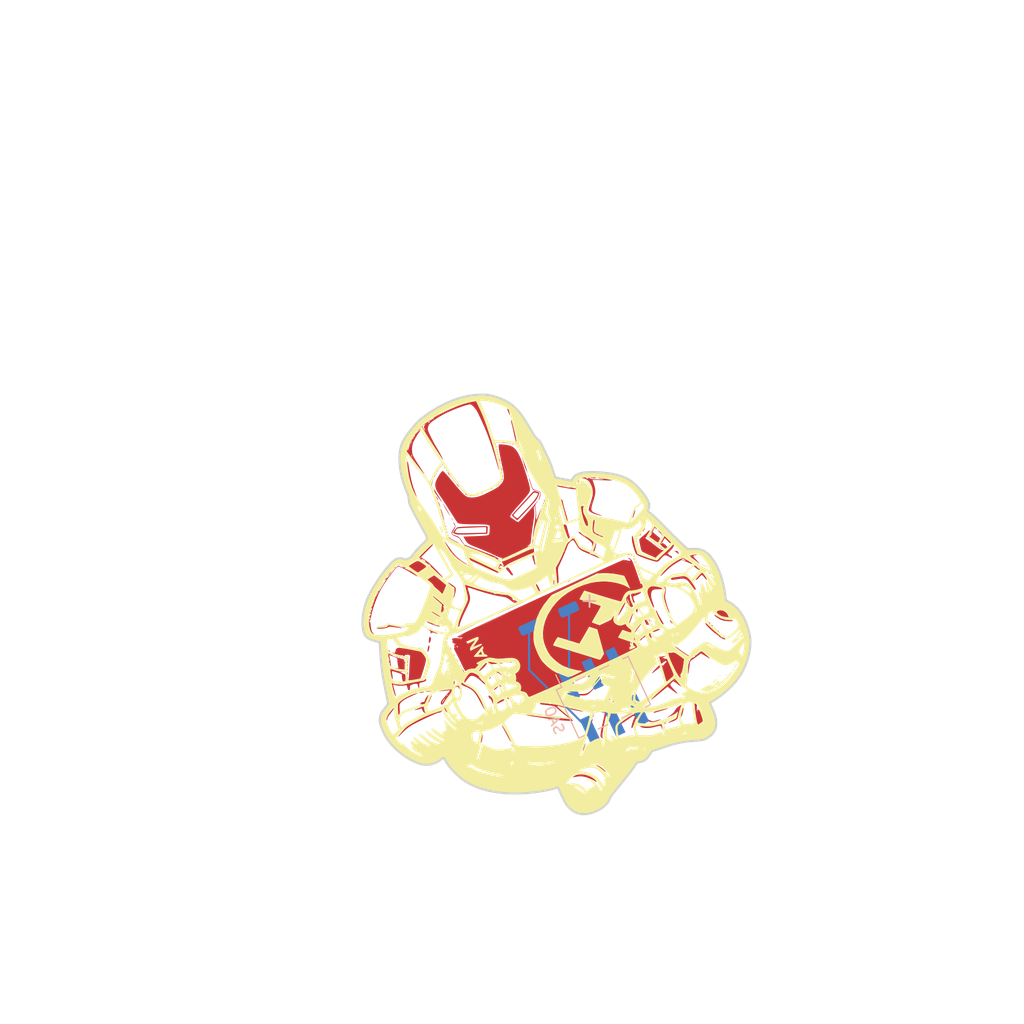
<source format=kicad_pcb>
(kicad_pcb (version 20221018) (generator pcbnew)
  (layers (0 "F.Cu" signal) (31 "B.Cu" signal) (34 "B.Paste" user) (35 "F.Paste" user) (36 "B.SilkS" user "B.Silkscreen") (37 "F.SilkS" user "F.Silkscreen") (38 "B.Mask" user) (39 "F.Mask" user) (44 "Edge.Cuts" user))
  (net 0 "")
  (footprint "LOGO" (layer "F.Cu") (at 152.578702 108.134022 25)
    (fp_text reference "G***" hide)
    (fp_text value "LOGO" hide)
    (fp_poly (pts (xy 0.659423 -20.814925) (xy 1.255149 -20.740743) (xy 1.852821 -20.621062) (xy 2.432506 -20.462078) (xy 2.97427 -20.269983) (xy 3.458181 -20.050972) (xy 3.842966 -19.825774) (xy 4.22316 -19.539589) (xy 4.591292 -19.207149) (xy 4.931241 -18.84664) (xy 5.226885 -18.47625) (xy 5.462101 -18.114165) (xy 5.591558 -17.853269) (xy 5.683211 -17.628048) (xy 5.761806 -17.418677) (xy 5.829513 -17.213592) (xy 5.888506 -17.001229) (xy 5.940957 -16.770025) (xy 5.989037 -16.508416) (xy 6.034919 -16.204839) (xy 6.080776 -15.84773) (xy 6.128779 -15.425525) (xy 6.181101 -14.926661) (xy 6.22686 -14.471327) (xy 6.270588 -14.233702) (xy 6.347142 -13.985529) (xy 6.389038 -13.885173) (xy 6.4301 -13.795194) (xy 6.461772 -13.713108) (xy 6.485448 -13.624793) (xy 6.502522 -13.516123) (xy 6.514386 -13.372976) (xy 6.522435 -13.181226) (xy 6.528062 -12.926751) (xy 6.53266 -12.595426) (xy 6.534887 -12.406923) (xy 6.538114 -11.974384) (xy 6.536049 -11.617375) (xy 6.527755 -11.31383) (xy 6.51229 -11.041683) (xy 6.488717 -10.77887) (xy 6.456094 -10.503324) (xy 6.452729 -10.4775) (xy 6.416469 -10.193084) (xy 6.394012 -9.990264) (xy 6.384926 -9.853983) (xy 6.388777 -9.769187) (xy 6.405131 -9.720821) (xy 6.430237 -9.695961) (xy 6.494738 -9.650521) (xy 6.621636 -9.559073) (xy 6.794602 -9.433454) (xy 6.997306 -9.285499) (xy 7.074126 -9.229258) (xy 7.644423 -8.811401) (xy 7.857508 -8.955307) (xy 8.073453 -9.067674) (xy 8.314202 -9.124951) (xy 8.588654 -9.125803) (xy 8.905704 -9.068892) (xy 9.27425 -8.952882) (xy 9.703189 -8.776435) (xy 10.01307 -8.631389) (xy 10.670285 -8.287447) (xy 11.264698 -7.925975) (xy 11.790111 -7.552006) (xy 12.240326 -7.170576) (xy 12.609146 -6.786718) (xy 12.890372 -6.405466) (xy 13.003711 -6.202282) (xy 13.210879 -5.724174) (xy 13.388759 -5.202295) (xy 13.521236 -4.685936) (xy 13.552466 -4.523868) (xy 13.607718 -4.139464) (xy 13.622873 -3.828971) (xy 13.595308 -3.576081) (xy 13.522402 -3.364486) (xy 13.401533 -3.177879) (xy 13.321624 -3.088159) (xy 13.228872 -2.984899) (xy 13.197584 -2.916025) (xy 13.21753 -2.849568) (xy 13.235646 -2.819505) (xy 13.296851 -2.718146) (xy 13.357755 -2.604704) (xy 13.422209 -2.469463) (xy 13.494063 -2.302708) (xy 13.577166 -2.094723) (xy 13.675369 -1.835791) (xy 13.792519 -1.516197) (xy 13.932469 -1.126224) (xy 14.099067 -0.656157) (xy 14.149597 -0.512884) (xy 14.278536 -0.152563) (xy 14.425103 0.247957) (xy 14.575858 0.652503) (xy 14.71736 1.024902) (xy 14.799881 1.237351) (xy 15.123108 2.059509) (xy 15.46242 2.197169) (xy 15.850054 2.373171) (xy 16.165158 2.563356) (xy 16.416726 2.780566) (xy 16.613751 3.037648) (xy 16.765226 3.347446) (xy 16.880144 3.722805) (xy 16.967499 4.17657) (xy 16.997647 4.389882) (xy 17.028982 4.852622) (xy 17.014556 5.380826) (xy 16.956851 5.95501) (xy 16.858353 6.555688) (xy 16.721543 7.163376) (xy 16.581054 7.657916) (xy 16.408654 8.208717) (xy 16.600701 8.439455) (xy 16.86599 8.832134) (xy 17.067502 9.291368) (xy 17.204151 9.808784) (xy 17.274846 10.37601) (xy 17.278501 10.984673) (xy 17.214025 11.626402) (xy 17.094285 12.235962) (xy 16.931596 12.730783) (xy 16.684435 13.236307) (xy 16.363059 13.73937) (xy 15.977726 14.226804) (xy 15.538695 14.685445) (xy 15.056224 15.102127) (xy 14.617266 15.415011) (xy 14.019413 15.75385) (xy 13.352124 16.046863) (xy 12.635569 16.287138) (xy 11.88992 16.467762) (xy 11.249461 16.569092) (xy 10.746154 16.628871) (xy 10.746154 17.221045) (xy 10.71597 17.789743) (xy 10.625652 18.282915) (xy 10.47555 18.700074) (xy 10.266015 19.040734) (xy 9.997399 19.304407) (xy 9.670052 19.490608) (xy 9.284324 19.598848) (xy 9.012116 19.626766) (xy 8.894855 19.632042) (xy 8.797475 19.634027) (xy 8.706902 19.629179) (xy 8.610064 19.613954) (xy 8.49389 19.58481) (xy 8.345308 19.538203) (xy 8.151246 19.47059) (xy 7.898631 19.37843) (xy 7.574393 19.258178) (xy 7.365016 19.18035) (xy 6.820949 19.004926) (xy 6.208731 18.8545) (xy 5.555964 18.73471) (xy 4.890253 18.651194) (xy 4.689231 18.633832) (xy 4.445884 18.612237) (xy 4.192498 18.585125) (xy 3.980365 18.558027) (xy 3.963952 18.555614) (xy 3.653865 18.509285) (xy 3.292315 18.724449) (xy 3.012623 18.880581) (xy 2.784233 18.979667) (xy 2.583297 19.027081) (xy 2.385968 19.028198) (xy 2.168396 18.98839) (xy 2.146041 18.982735) (xy 1.817561 18.898116) (xy 1.555992 19.063508) (xy 1.336701 19.194181) (xy 1.043186 19.356988) (xy 0.690423 19.544227) (xy 0.293388 19.748193) (xy -0.132944 19.961181) (xy -0.573596 20.175489) (xy -0.972878 20.364446) (xy -1.327542 20.533124) (xy -1.603159 20.672088) (xy -1.811397 20.787884) (xy -1.963922 20.887058) (xy -2.072402 20.976158) (xy -2.085082 20.988544) (xy -2.383649 21.219769) (xy -2.750471 21.389249) (xy -3.176467 21.494932) (xy -3.652557 21.534765) (xy -4.169662 21.506696) (xy -4.300874 21.489332) (xy -4.772474 21.380237) (xy -5.18153 21.202499) (xy -5.523679 20.958965) (xy -5.794556 20.652484) (xy -5.926779 20.428101) (xy -6.028975 20.20982) (xy -6.105502 20.01119) (xy -6.159921 19.811854) (xy -6.195793 19.591459) (xy -6.21668 19.329649) (xy -6.226142 19.00607) (xy -6.227884 18.707119) (xy -6.227884 17.802508) (xy -6.492245 17.788018) (xy -6.638264 17.770497) (xy -6.852236 17.732703) (xy -7.107797 17.679817) (xy -7.378582 17.617017) (xy -7.438782 17.602083) (xy -8.409608 17.326773) (xy -9.337306 17.001184) (xy -10.215302 16.629245) (xy -11.037021 16.214888) (xy -11.795887 15.762045) (xy -12.485325 15.274646) (xy -13.09876 14.756622) (xy -13.629616 14.211905) (xy -14.071318 13.644426) (xy -14.080202 13.631393) (xy -14.32896 13.221088) (xy -14.555367 12.76244) (xy -14.751809 12.277563) (xy -14.910672 11.788566) (xy -15.024343 11.317562) (xy -15.085207 10.886662) (xy -15.093461 10.688792) (xy -15.096675 10.546206) (xy -15.11383 10.480046) (xy -15.156195 10.469083) (xy -15.203365 10.48175) (xy -15.657729 10.581548) (xy -16.117013 10.59617) (xy -16.563331 10.527615) (xy -16.978794 10.377883) (xy -17.190934 10.259561) (xy -17.502405 10.018503) (xy -17.819895 9.696854) (xy -18.13231 9.310206) (xy -18.428556 8.87415) (xy -18.697538 8.404277) (xy -18.928163 7.916178) (xy -19.017027 7.69327) (xy -19.182703 7.213204) (xy -19.298102 6.781608) (xy -19.369389 6.367215) (xy -19.402729 5.938756) (xy -19.407078 5.715) (xy -19.398145 5.305831) (xy -19.365576 4.973913) (xy -19.30544 4.700812) (xy -19.213808 4.468093) (xy -19.100451 4.27691) (xy -18.99534 4.133989) (xy -18.890506 4.019579) (xy -18.765394 3.917721) (xy -18.599445 3.812457) (xy -18.372103 3.687828) (xy -18.278769 3.639039) (xy -17.808301 3.394808) (xy -17.702356 2.955193) (xy -17.571467 2.41387) (xy -17.459534 1.955538) (xy -17.36336 1.568038) (xy -17.279747 1.239214) (xy -17.205496 0.956909) (xy -17.13741 0.708965) (xy -17.072292 0.483224) (xy -17.006943 0.267531) (xy -16.938166 0.049727) (xy -16.937883 0.048846) (xy -16.832048 -0.267529) (xy -16.701657 -0.637069) (xy -16.560108 -1.022917) (xy -16.420795 -1.38822) (xy -16.355961 -1.552155) (xy -16.017109 -2.396041) (xy -16.178073 -2.528718) (xy -16.487628 -2.793783) (xy -16.721119 -3.021846) (xy -16.885483 -3.227434) (xy -16.987654 -3.425071) (xy -17.034568 -3.629282) (xy -17.033161 -3.854593) (xy -16.990367 -4.11553) (xy -16.972804 -4.193183) (xy -16.801969 -4.720919) (xy -16.537811 -5.256666) (xy -16.183758 -5.794904) (xy -15.743238 -6.330114) (xy -15.464439 -6.622084) (xy -15.079303 -6.971221) (xy -14.613985 -7.334152) (xy -14.083199 -7.701477) (xy -13.501661 -8.063794) (xy -12.884088 -8.411702) (xy -12.245194 -8.735802) (xy -11.916642 -8.888557) (xy -11.53511 -9.031941) (xy -11.201976 -9.094261) (xy -10.910341 -9.074986) (xy -10.653304 -8.973587) (xy -10.423964 -8.789532) (xy -10.407927 -8.772638) (xy -10.332012 -8.703496) (xy -10.246897 -8.665137) (xy -10.121672 -8.648825) (xy -9.958983 -8.645769) (xy -9.787841 -8.652648) (xy -9.657885 -8.670676) (xy -9.597593 -8.695708) (xy -9.527964 -8.753331) (xy -9.382762 -8.836198) (xy -9.178547 -8.937074) (xy -8.931883 -9.048723) (xy -8.659329 -9.163909) (xy -8.377449 -9.275399) (xy -8.102803 -9.375955) (xy -7.851953 -9.458343) (xy -7.851878 -9.458366) (xy -7.70519 -9.509998) (xy -7.601824 -9.572083) (xy -7.53607 -9.660505) (xy -7.502216 -9.79115) (xy -7.494553 -9.979906) (xy -7.50737 -10.242658) (xy -7.518113 -10.386907) (xy -7.551281 -10.828053) (xy -7.582424 -11.275968) (xy -7.610635 -11.71481) (xy -7.635008 -12.128734) (xy -7.654636 -12.501898) (xy -7.668613 -12.818458) (xy -7.676032 -13.062571) (xy -7.676978 -13.163646) (xy -7.663399 -13.422273) (xy -7.618514 -13.636651) (xy -7.553834 -13.809884) (xy -7.501226 -13.945509) (xy -7.463801 -14.083252) (xy -7.437788 -14.246932) (xy -7.419415 -14.460368) (xy -7.404912 -14.74738) (xy -7.404739 -14.751538) (xy -7.346027 -15.46995) (xy -7.232789 -16.168039) (xy -7.069111 -16.834084) (xy -6.859078 -17.456364) (xy -6.606775 -18.023156) (xy -6.316287 -18.522739) (xy -5.9917 -18.943393) (xy -5.915383 -19.024938) (xy -5.703958 -19.21035) (xy -5.417745 -19.414691) (xy -5.075333 -19.628167) (xy -4.695308 -19.840982) (xy -4.296258 -20.043341) (xy -3.89677 -20.225449) (xy -3.515431 -20.377511) (xy -3.170828 -20.489733) (xy -3.100071 -20.508538) (xy -2.117713 -20.709168) (xy -1.107119 -20.824306) (xy -0.090458 -20.852147)) (stroke (width 0.2)) (fill none) (layer "Edge.Cuts"))
  )
  (footprint "Connector_Wire:SolderWirePad_1x01_SMD_1x2mm" (layer "B.Cu") (at 155.524486 109.521062 -65)
    (fp_text reference "REF**" hide)
    (fp_text value "SolderWirePad_1x01_SMD_1x2mm" hide)
  )
  (footprint "Connector_PinSocket_2.54mm:PinSocket_2x03_P2.54mm_Vertical_SMD" (layer "B.Cu") (at 158.93298 118.099555 115)
    (fp_text reference "SAO")
    (fp_text value "Conn_02x03_Top_Bottom" hide)
  )
  (footprint "Connector_Wire:SolderWirePad_1x01_SMD_1x2mm" (layer "B.Cu") (at 151.66 111.29 -65)
    (fp_text reference "REF**" hide)
    (fp_text value "SolderWirePad_1x01_SMD_1x2mm" hide)
  )
  (gr_text "+" (at 158.62 109.46) (layer "B.SilkS") (effects (font (size 1.5 1.5) (thickness 0.1875)) (justify left bottom mirror)))
  (segment (start 155.524486 110.096691) (end 155.524486 109.521062) (width 0) (layer "B.Cu") (net 0))
  (segment (start 155.56596 116.88911) (end 155.56596 109.562536) (width 0.2) (layer "B.Cu") (net 0))
  (segment (start 155.56596 109.562536) (end 155.524486 109.521062) (width 0.2) (layer "B.Cu") (net 0))
  (segment (start 157.695956 121.456901) (end 151.66 115.420945) (width 0.2) (layer "B.Cu") (net 0))
  (segment (start 151.66 115.420945) (end 151.66 111.29) (width 0.2) (layer "B.Cu") (net 0))
)
</source>
